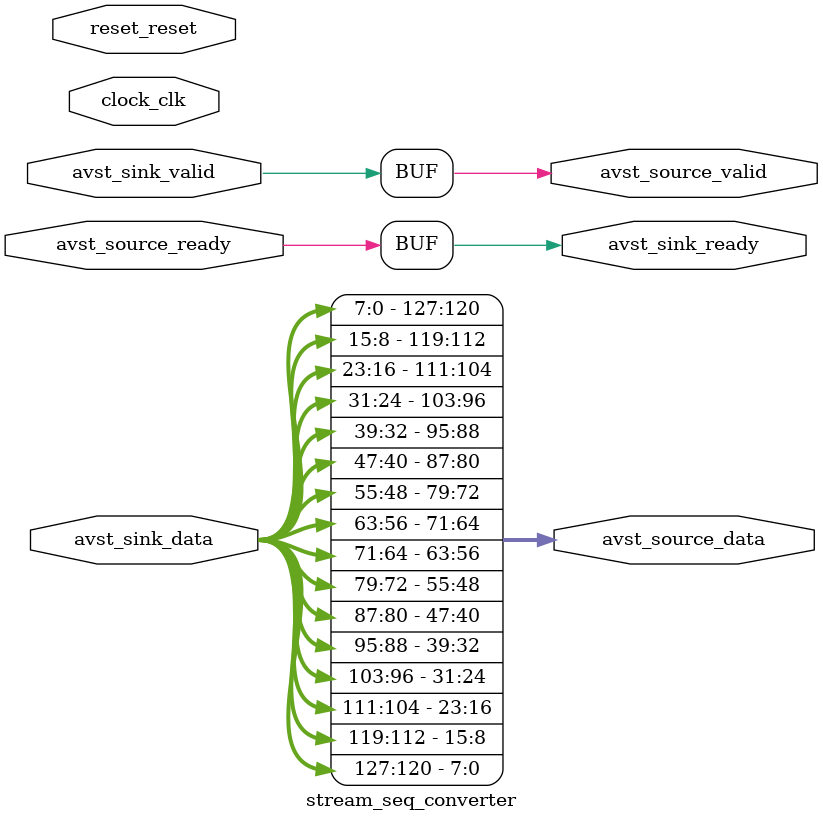
<source format=v>
module stream_seq_converter 
#(
									parameter DATA_WIDTH = 128
)
(input clock_clk,
                           input          reset_reset,
                           input [DATA_WIDTH-1:0]  avst_sink_data,
                           output         avst_sink_ready,
                           input          avst_sink_valid,
                           output [DATA_WIDTH-1:0] avst_source_data,
                           input          avst_source_ready,
                           output         avst_source_valid
                           );

// assign avst_source_data[63:0] = {avst_sink_data[7:0], avst_sink_data[15:8], avst_sink_data[23:16], avst_sink_data[31:24],
//                                  avst_sink_data[39:32], avst_sink_data[47:40], avst_sink_data[55:48], avst_sink_data[63:56]};
//assign avst_source_data[127:0] = {avst_sink_data[7:0], avst_sink_data[15:8], avst_sink_data[23:16], avst_sink_data[31:24],
//                                  avst_sink_data[39:32], avst_sink_data[47:40], avst_sink_data[55:48], avst_sink_data[63:56],
//                                  avst_sink_data[71:64], avst_sink_data[79:72], avst_sink_data[87:80], avst_sink_data[95:88],
//                                  avst_sink_data[103:96], avst_sink_data[111:104], avst_sink_data[119:112], avst_sink_data[127:120]};

// for i in range(512/8): print 'avst_sink_data[%d:%d], ' % (i*8+7,i*8,),

assign avst_source_data[DATA_WIDTH-1:0] = (DATA_WIDTH==512)?{avst_sink_data[7:0],  avst_sink_data[15:8],  avst_sink_data[23:16],  avst_sink_data[31:24],  
avst_sink_data[39:32],  avst_sink_data[47:40],  avst_sink_data[55:48],  avst_sink_data[63:56],  
avst_sink_data[71:64],  avst_sink_data[79:72],  avst_sink_data[87:80],  avst_sink_data[95:88],  
avst_sink_data[103:96],  avst_sink_data[111:104],  avst_sink_data[119:112],  avst_sink_data[127:120],  
avst_sink_data[135:128],  avst_sink_data[143:136],  avst_sink_data[151:144],  avst_sink_data[159:152],  
avst_sink_data[167:160],  avst_sink_data[175:168],  avst_sink_data[183:176],  avst_sink_data[191:184],  
avst_sink_data[199:192],  avst_sink_data[207:200],  avst_sink_data[215:208],  avst_sink_data[223:216],  
avst_sink_data[231:224],  avst_sink_data[239:232],  avst_sink_data[247:240],  avst_sink_data[255:248],  
avst_sink_data[263:256],  avst_sink_data[271:264],  avst_sink_data[279:272],  avst_sink_data[287:280],  
avst_sink_data[295:288],  avst_sink_data[303:296],  avst_sink_data[311:304],  avst_sink_data[319:312],  
avst_sink_data[327:320],  avst_sink_data[335:328],  avst_sink_data[343:336],  avst_sink_data[351:344],  
avst_sink_data[359:352],  avst_sink_data[367:360],  avst_sink_data[375:368],  avst_sink_data[383:376],  
avst_sink_data[391:384],  avst_sink_data[399:392],  avst_sink_data[407:400],  avst_sink_data[415:408],  
avst_sink_data[423:416],  avst_sink_data[431:424],  avst_sink_data[439:432],  avst_sink_data[447:440],  
avst_sink_data[455:448],  avst_sink_data[463:456],  avst_sink_data[471:464],  avst_sink_data[479:472],  
avst_sink_data[487:480],  avst_sink_data[495:488],  avst_sink_data[503:496],  avst_sink_data[511:504]}:
											 (DATA_WIDTH==128)?{avst_sink_data[7:0], avst_sink_data[15:8], avst_sink_data[23:16], avst_sink_data[31:24],
                                  avst_sink_data[39:32], avst_sink_data[47:40], avst_sink_data[55:48], avst_sink_data[63:56],
                                  avst_sink_data[71:64], avst_sink_data[79:72], avst_sink_data[87:80], avst_sink_data[95:88],
                                  avst_sink_data[103:96], avst_sink_data[111:104], avst_sink_data[119:112], avst_sink_data[127:120]}:
											 (DATA_WIDTH==32)?{avst_sink_data[7:0], avst_sink_data[15:8], avst_sink_data[23:16], avst_sink_data[31:24]}:
											 {avst_sink_data[7:0]};

assign avst_source_valid = avst_sink_valid;
assign avst_sink_ready = avst_source_ready;

//always @(posedge clock_clk)
//begin
//  if (avst_sink_valid == 1'b1)
//    avst_sink_ready <= 1'b1;
//  else
//    avst_sink_ready <= 1'b0;
//end

endmodule


</source>
